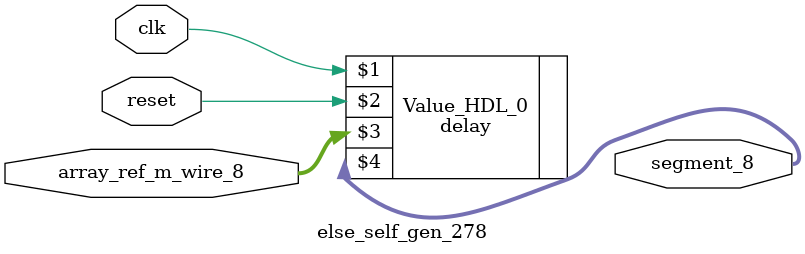
<source format=v>
module else_self_gen_278( input clk, input reset, input [31:0]array_ref_m_wire_8, output [31:0]segment_8); 
	wire [31:0]segment_8;
	//Proceed with segment_8 = array_ref_m_wire_8
	delay Value_HDL_0 ( clk, reset, array_ref_m_wire_8, segment_8);
endmodule
</source>
